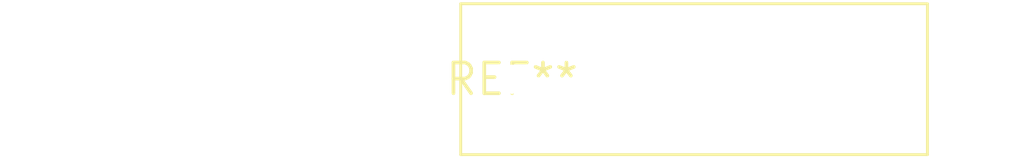
<source format=kicad_pcb>
(kicad_pcb (version 20240108) (generator pcbnew)
  (layers (0 "F.Cu" signal) (31 "B.Cu" signal) (34 "B.Paste" user) (35 "F.Paste" user) (36 "B.SilkS" user "B.Silkscreen") (37 "F.SilkS" user "F.Silkscreen") (38 "B.Mask" user) (39 "F.Mask" user) (44 "Edge.Cuts" user))
  (net 0 "")
  (footprint "C_Rect_L19.0mm_W6.0mm_P15.00mm_MKS4" (layer "F.Cu") (at 0 0)
    (property "Reference" "REF**")
    (property "Value" "C_Rect_L19.0mm_W6.0mm_P15.00mm_MKS4")
    (fp_line (start -2.12 -3.12) (end -2.12 3.12) (layer "F.SilkS") (stroke (width 0.12)))
    (fp_line (start -2.12 -3.12) (end 17.12 -3.12) (layer "F.SilkS") (stroke (width 0.12)))
    (fp_line (start -2.12 3.12) (end 17.12 3.12) (layer "F.SilkS") (stroke (width 0.12)))
    (fp_line (start 17.12 -3.12) (end 17.12 3.12) (layer "F.SilkS") (stroke (width 0.12)))
    (pad "1" thru_hole circle (at 0 0) (size 2.4 2.4) (drill 1.2) (layers *.Cu *.Mask) (remove_unused_layers))
    (pad "2" thru_hole circle (at 15 0) (size 2.4 2.4) (drill 1.2) (layers *.Cu *.Mask) (remove_unused_layers))
  )
)
</source>
